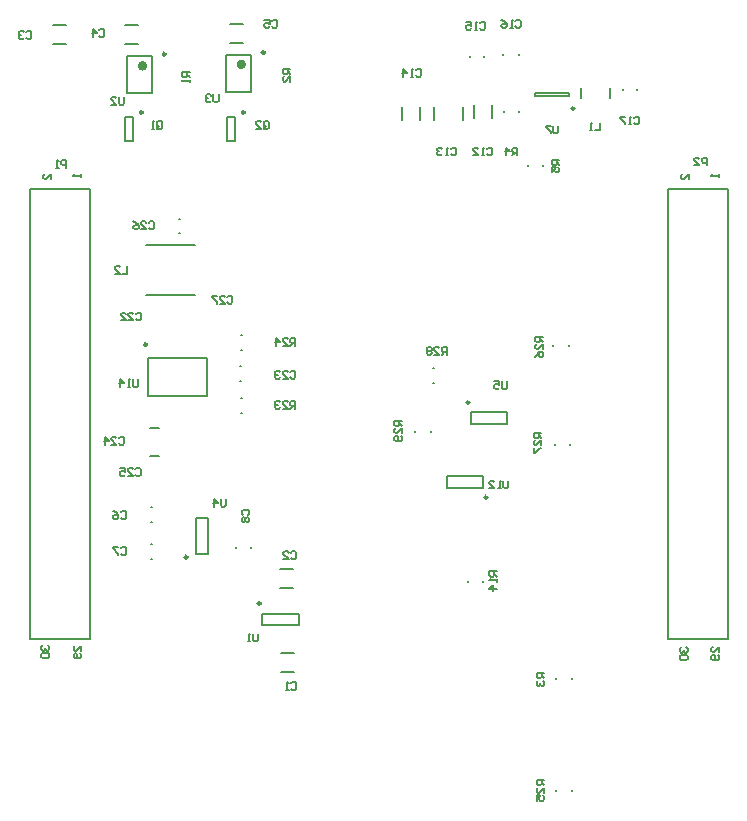
<source format=gbr>
G04 Layer_Color=32896*
%FSLAX26Y26*%
%MOIN*%
%TF.FileFunction,Legend,Bot*%
%TF.Part,Single*%
G01*
G75*
%TA.AperFunction,NonConductor*%
%ADD56C,0.009842*%
%ADD57C,0.015748*%
%ADD58C,0.007874*%
%ADD59C,0.005900*%
D56*
X289764Y1500630D02*
G03*
X289764Y1500630I-4921J0D01*
G01*
X616260Y2275118D02*
G03*
X616260Y2275118I-4921J0D01*
G01*
X276260D02*
G03*
X276260Y2275118I-4921J0D01*
G01*
X1714803Y2287756D02*
G03*
X1714803Y2287756I-4921J0D01*
G01*
X669055Y638134D02*
G03*
X669055Y638134I-4921J0D01*
G01*
X682599Y2473897D02*
G03*
X682599Y2473897I-4921J0D01*
G01*
X352599Y2468897D02*
G03*
X352599Y2468897I-4921J0D01*
G01*
X425164Y792274D02*
G03*
X425164Y792274I-4921J0D01*
G01*
X1424803Y991803D02*
G03*
X1424803Y991803I-4921J0D01*
G01*
X1365040Y1307197D02*
G03*
X1365040Y1307197I-4921J0D01*
G01*
D57*
X612717Y2434527D02*
G03*
X612717Y2434527I-7874J0D01*
G01*
X282717Y2429527D02*
G03*
X282717Y2429527I-7874J0D01*
G01*
D58*
X1359410Y710032D02*
Y713968D01*
X1410590Y710032D02*
Y713968D01*
X294882Y1456338D02*
X491732D01*
X294882Y1330354D02*
X491732D01*
X294882D02*
Y1456338D01*
X491732Y1330354D02*
Y1456338D01*
X556220Y2179448D02*
Y2260552D01*
X583780Y2179448D02*
Y2260552D01*
X556220Y2179448D02*
X583780D01*
X556220Y2260552D02*
X583780D01*
X216220Y2179448D02*
Y2260552D01*
X243780Y2179448D02*
Y2260552D01*
X216220Y2179448D02*
X243780D01*
X216220Y2260552D02*
X243780D01*
X1832244Y2324252D02*
Y2355748D01*
X1737756Y2324252D02*
Y2355748D01*
X1924606Y2348032D02*
Y2351968D01*
X1875394Y2348032D02*
Y2351968D01*
X1478426Y2465032D02*
Y2468968D01*
X1531576Y2465032D02*
Y2468968D01*
X1365394Y2460032D02*
Y2463968D01*
X1414606Y2460032D02*
Y2463968D01*
X1582914Y2340906D02*
X1697086D01*
X1582914Y2329094D02*
X1697086D01*
X1582914D02*
Y2340906D01*
X1697086Y2329094D02*
Y2340906D01*
X2025984Y518504D02*
Y2018504D01*
X2225984Y518504D02*
Y2018504D01*
X2025984D02*
X2225984D01*
X2025984Y518504D02*
X2225984D01*
X304017Y834608D02*
X307953D01*
X304017Y785394D02*
X307953D01*
X586338Y823308D02*
Y827244D01*
X635552Y823308D02*
Y827244D01*
X304015Y959606D02*
X307953D01*
X304015Y910394D02*
X307953D01*
X-100000Y518504D02*
Y2018504D01*
X100000Y518504D02*
Y2018504D01*
X-100000D02*
X100000D01*
X-100000Y518504D02*
X100000D01*
X735346Y408504D02*
X778654D01*
X735346Y471496D02*
X778654D01*
X734346Y690504D02*
X777654D01*
X734346Y753496D02*
X777654D01*
X218346Y2564996D02*
X261654D01*
X218346Y2502004D02*
X261654D01*
X-21654Y2501504D02*
X21654D01*
X-21654Y2564496D02*
X21654D01*
X565786Y2568336D02*
X609094D01*
X565786Y2505345D02*
X609094D01*
X673976Y564314D02*
X796024D01*
X673976Y603684D02*
X796024D01*
Y564314D02*
Y603684D01*
X673976Y564314D02*
Y603684D01*
X553662Y2343976D02*
X636338D01*
X553662Y2466024D02*
X636338D01*
X553662Y2343976D02*
Y2466024D01*
X636338Y2343976D02*
Y2466024D01*
X223662Y2338976D02*
X306338D01*
X223662Y2461024D02*
X306338D01*
X223662Y2338976D02*
Y2461024D01*
X306338Y2338976D02*
Y2461024D01*
X1439528Y2255346D02*
Y2298654D01*
X1380472Y2255346D02*
Y2298654D01*
X1245788Y2250346D02*
Y2293654D01*
X1344212Y2250346D02*
Y2293654D01*
X1201496Y2250346D02*
Y2293654D01*
X1138504Y2250346D02*
Y2293654D01*
X1530590Y2275032D02*
Y2278968D01*
X1479410Y2275032D02*
Y2278968D01*
X1610590Y2095032D02*
Y2098968D01*
X1559410Y2095032D02*
Y2098968D01*
X454692Y802118D02*
Y924164D01*
X494062Y802118D02*
Y924164D01*
X454692Y802118D02*
X494062D01*
X454692Y924164D02*
X494062D01*
X600906Y1378740D02*
X604842D01*
X600906Y1427952D02*
X604842D01*
X300236Y1127755D02*
X331732D01*
X300236Y1222244D02*
X331732D01*
X396338Y1871024D02*
X400276D01*
X396338Y1920236D02*
X400276D01*
X285198Y1831024D02*
X450552D01*
X285198Y1665670D02*
X450552D01*
X603032Y1271410D02*
X606968D01*
X603032Y1322590D02*
X606968D01*
X603032Y1532590D02*
X606968D01*
X603032Y1481410D02*
X606968D01*
X1649410Y1165032D02*
Y1168968D01*
X1700590Y1165032D02*
Y1168968D01*
X1644410Y1495032D02*
Y1498968D01*
X1695590Y1495032D02*
Y1498968D01*
X1654410Y13032D02*
Y16968D01*
X1705590Y13032D02*
Y16968D01*
X1654410Y385032D02*
Y388968D01*
X1705590Y385032D02*
Y388968D01*
X1184410Y1210032D02*
Y1213968D01*
X1235590Y1210032D02*
Y1213968D01*
X1243032Y1422590D02*
X1246968D01*
X1243032Y1371410D02*
X1246968D01*
X1288976Y1061684D02*
X1411024D01*
X1288976Y1022314D02*
X1411024D01*
X1288976D02*
Y1061684D01*
X1411024Y1022314D02*
Y1061684D01*
X1368976Y1237314D02*
X1491024D01*
X1368976Y1276684D02*
X1491024D01*
Y1237314D02*
Y1276684D01*
X1368976Y1237314D02*
Y1276684D01*
D59*
X1456693Y744637D02*
X1431111D01*
Y731846D01*
X1435374Y727582D01*
X1443902D01*
X1448166Y731846D01*
Y744637D01*
Y736109D02*
X1456693Y727582D01*
Y719054D02*
Y710527D01*
Y714791D01*
X1431111D01*
X1435374Y719054D01*
X1456693Y684945D02*
X1431111D01*
X1443902Y697736D01*
Y680681D01*
X260000Y1385582D02*
Y1364264D01*
X255736Y1360000D01*
X247209D01*
X242945Y1364264D01*
Y1385582D01*
X234418Y1360000D02*
X225890D01*
X230154D01*
Y1385582D01*
X234418Y1381319D01*
X200308Y1360000D02*
Y1385582D01*
X213099Y1372791D01*
X196044D01*
X678930Y2224264D02*
Y2241319D01*
X683193Y2245582D01*
X691721D01*
X695985Y2241319D01*
Y2224264D01*
X691721Y2220000D01*
X683193D01*
X687457Y2228527D02*
X678930Y2220000D01*
X683193D02*
X678930Y2224264D01*
X653347Y2220000D02*
X670402D01*
X653347Y2237055D01*
Y2241319D01*
X657611Y2245582D01*
X666139D01*
X670402Y2241319D01*
X322945Y2224264D02*
Y2241319D01*
X327209Y2245582D01*
X335736D01*
X340000Y2241319D01*
Y2224264D01*
X335736Y2220000D01*
X327209D01*
X331473Y2228527D02*
X322945Y2220000D01*
X327209D02*
X322945Y2224264D01*
X314418Y2220000D02*
X305890D01*
X310154D01*
Y2245582D01*
X314418Y2241319D01*
X1800000Y2240582D02*
Y2215000D01*
X1782945D01*
X1774418D02*
X1765891D01*
X1770154D01*
Y2240582D01*
X1774418Y2236318D01*
X1912945Y2256318D02*
X1917209Y2260582D01*
X1925737D01*
X1930000Y2256318D01*
Y2239264D01*
X1925737Y2235000D01*
X1917209D01*
X1912945Y2239264D01*
X1904418Y2235000D02*
X1895891D01*
X1900154D01*
Y2260582D01*
X1904418Y2256318D01*
X1883099Y2260582D02*
X1866044D01*
Y2256318D01*
X1883099Y2239264D01*
Y2235000D01*
X1518378Y2578570D02*
X1522642Y2582834D01*
X1531169D01*
X1535433Y2578570D01*
Y2561515D01*
X1531169Y2557251D01*
X1522642D01*
X1518378Y2561515D01*
X1509851Y2557251D02*
X1501323D01*
X1505587D01*
Y2582834D01*
X1509851Y2578570D01*
X1471477Y2582834D02*
X1480005Y2578570D01*
X1488532Y2570043D01*
Y2561515D01*
X1484268Y2557251D01*
X1475741D01*
X1471477Y2561515D01*
Y2565779D01*
X1475741Y2570043D01*
X1488532D01*
X1400268Y2571403D02*
X1404532Y2575667D01*
X1413059D01*
X1417323Y2571403D01*
Y2554349D01*
X1413059Y2550085D01*
X1404532D01*
X1400268Y2554349D01*
X1391741Y2550085D02*
X1383213D01*
X1387477D01*
Y2575667D01*
X1391741Y2571403D01*
X1353367Y2575667D02*
X1370422D01*
Y2562876D01*
X1361895Y2567140D01*
X1357631D01*
X1353367Y2562876D01*
Y2554349D01*
X1357631Y2550085D01*
X1366158D01*
X1370422Y2554349D01*
X768000Y2420000D02*
X742418D01*
Y2407209D01*
X746682Y2402945D01*
X755209D01*
X759473Y2407209D01*
Y2420000D01*
Y2411472D02*
X768000Y2402945D01*
Y2377363D02*
Y2394418D01*
X750945Y2377363D01*
X746682D01*
X742418Y2381626D01*
Y2390154D01*
X746682Y2394418D01*
X432000Y2409000D02*
X406418D01*
Y2396209D01*
X410682Y2391945D01*
X419209D01*
X423473Y2396209D01*
Y2409000D01*
Y2400472D02*
X432000Y2391945D01*
Y2383418D02*
Y2374890D01*
Y2379154D01*
X406418D01*
X410682Y2383418D01*
X1661183Y2230307D02*
Y2208988D01*
X1656919Y2204724D01*
X1648392D01*
X1644128Y2208988D01*
Y2230307D01*
X1635601D02*
X1618546D01*
Y2226043D01*
X1635601Y2208988D01*
Y2204724D01*
X2155985Y2098504D02*
Y2124086D01*
X2143193D01*
X2138930Y2119822D01*
Y2111295D01*
X2143193Y2107031D01*
X2155985D01*
X2113347Y2098504D02*
X2130402D01*
X2113347Y2115559D01*
Y2119822D01*
X2117611Y2124086D01*
X2126139D01*
X2130402Y2119822D01*
X2195985Y2068504D02*
Y2059976D01*
Y2064240D01*
X2170402D01*
X2174666Y2068504D01*
X2095985Y2051449D02*
Y2068504D01*
X2078930Y2051449D01*
X2074666D01*
X2070402Y2055713D01*
Y2064240D01*
X2074666Y2068504D01*
X2196985Y474945D02*
Y492000D01*
X2179930Y474945D01*
X2175666D01*
X2171402Y479209D01*
Y487736D01*
X2175666Y492000D01*
X2192721Y466418D02*
X2196985Y462154D01*
Y453626D01*
X2192721Y449363D01*
X2175666D01*
X2171402Y453626D01*
Y462154D01*
X2175666Y466418D01*
X2179930D01*
X2184193Y462154D01*
Y449363D01*
X2070666Y491000D02*
X2066402Y486736D01*
Y478209D01*
X2070666Y473945D01*
X2074930D01*
X2079193Y478209D01*
Y482472D01*
Y478209D01*
X2083457Y473945D01*
X2087721D01*
X2091985Y478209D01*
Y486736D01*
X2087721Y491000D01*
X2070666Y465418D02*
X2066402Y461154D01*
Y452626D01*
X2070666Y448363D01*
X2087721D01*
X2091985Y452626D01*
Y461154D01*
X2087721Y465418D01*
X2070666D01*
X202945Y821319D02*
X207209Y825582D01*
X215736D01*
X220000Y821319D01*
Y804264D01*
X215736Y800000D01*
X207209D01*
X202945Y804264D01*
X194418Y825582D02*
X177363D01*
Y821319D01*
X194418Y804264D01*
Y800000D01*
X609627Y933221D02*
X605363Y937484D01*
Y946012D01*
X609627Y950275D01*
X626682D01*
X630945Y946012D01*
Y937484D01*
X626682Y933221D01*
X609627Y924693D02*
X605363Y920429D01*
Y911902D01*
X609627Y907638D01*
X613890D01*
X618154Y911902D01*
X622418Y907638D01*
X626682D01*
X630945Y911902D01*
Y920429D01*
X626682Y924693D01*
X622418D01*
X618154Y920429D01*
X613890Y924693D01*
X609627D01*
X618154Y920429D02*
Y911902D01*
X202945Y941319D02*
X207209Y945582D01*
X215736D01*
X220000Y941319D01*
Y924264D01*
X215736Y920000D01*
X207209D01*
X202945Y924264D01*
X177363Y945582D02*
X185890Y941319D01*
X194418Y932791D01*
Y924264D01*
X190154Y920000D01*
X181626D01*
X177363Y924264D01*
Y928527D01*
X181626Y932791D01*
X194418D01*
X21567Y2090000D02*
Y2115582D01*
X8775D01*
X4512Y2111319D01*
Y2102791D01*
X8775Y2098527D01*
X21567D01*
X-4016Y2090000D02*
X-12543D01*
X-8279D01*
Y2115582D01*
X-4016Y2111319D01*
X70000Y2068504D02*
Y2059976D01*
Y2064240D01*
X44418D01*
X48682Y2068504D01*
X-30000Y2051449D02*
Y2068504D01*
X-47055Y2051449D01*
X-51318D01*
X-55582Y2055713D01*
Y2064240D01*
X-51318Y2068504D01*
X70985Y479945D02*
Y497000D01*
X53930Y479945D01*
X49666D01*
X45402Y484209D01*
Y492736D01*
X49666Y497000D01*
X66721Y471418D02*
X70985Y467154D01*
Y458626D01*
X66721Y454363D01*
X49666D01*
X45402Y458626D01*
Y467154D01*
X49666Y471418D01*
X53930D01*
X58193Y467154D01*
Y454363D01*
X-57334Y498000D02*
X-61598Y493736D01*
Y485209D01*
X-57334Y480945D01*
X-53070D01*
X-48807Y485209D01*
Y489472D01*
Y485209D01*
X-44543Y480945D01*
X-40279D01*
X-36015Y485209D01*
Y493736D01*
X-40279Y498000D01*
X-57334Y472418D02*
X-61598Y468154D01*
Y459626D01*
X-57334Y455363D01*
X-40279D01*
X-36015Y459626D01*
Y468154D01*
X-40279Y472418D01*
X-57334D01*
X770347Y371318D02*
X774610Y375582D01*
X783138D01*
X787402Y371318D01*
Y354264D01*
X783138Y350000D01*
X774610D01*
X770347Y354264D01*
X761819Y350000D02*
X753292D01*
X757556D01*
Y375582D01*
X761819Y371318D01*
X770347Y806869D02*
X774610Y811133D01*
X783138D01*
X787402Y806869D01*
Y789814D01*
X783138Y785551D01*
X774610D01*
X770347Y789814D01*
X744764Y785551D02*
X761819D01*
X744764Y802606D01*
Y806869D01*
X749028Y811133D01*
X757556D01*
X761819Y806869D01*
X130740Y2547818D02*
X135004Y2552082D01*
X143532D01*
X147795Y2547818D01*
Y2530764D01*
X143532Y2526500D01*
X135004D01*
X130740Y2530764D01*
X109422Y2526500D02*
Y2552082D01*
X122213Y2539291D01*
X105158D01*
X-112083Y2541004D02*
X-107819Y2545267D01*
X-99292D01*
X-95028Y2541004D01*
Y2523949D01*
X-99292Y2519685D01*
X-107819D01*
X-112083Y2523949D01*
X-120610Y2541004D02*
X-124874Y2545267D01*
X-133401D01*
X-137665Y2541004D01*
Y2536740D01*
X-133401Y2532476D01*
X-129138D01*
X-133401D01*
X-137665Y2528212D01*
Y2523949D01*
X-133401Y2519685D01*
X-124874D01*
X-120610Y2523949D01*
X707086Y2578159D02*
X711349Y2582422D01*
X719877D01*
X724140Y2578159D01*
Y2561104D01*
X719877Y2556840D01*
X711349D01*
X707086Y2561104D01*
X681503Y2582422D02*
X698558D01*
Y2569631D01*
X690031Y2573895D01*
X685767D01*
X681503Y2569631D01*
Y2561104D01*
X685767Y2556840D01*
X694294D01*
X698558Y2561104D01*
X660000Y537393D02*
Y516075D01*
X655736Y511811D01*
X647209D01*
X642945Y516075D01*
Y537393D01*
X634418Y511811D02*
X625890D01*
X630154D01*
Y537393D01*
X634418Y533130D01*
X528662Y2334944D02*
Y2313625D01*
X524398Y2309362D01*
X515871D01*
X511607Y2313625D01*
Y2334944D01*
X503080Y2330680D02*
X498816Y2334944D01*
X490288D01*
X486025Y2330680D01*
Y2326417D01*
X490288Y2322153D01*
X494552D01*
X490288D01*
X486025Y2317889D01*
Y2313625D01*
X490288Y2309362D01*
X498816D01*
X503080Y2313625D01*
X213976Y2326365D02*
Y2305047D01*
X209712Y2300783D01*
X201185D01*
X196921Y2305047D01*
Y2326365D01*
X171339Y2300783D02*
X188394D01*
X171339Y2317838D01*
Y2322102D01*
X175602Y2326365D01*
X184130D01*
X188394Y2322102D01*
X1422945Y2153318D02*
X1427209Y2157582D01*
X1435737D01*
X1440000Y2153318D01*
Y2136264D01*
X1435737Y2132000D01*
X1427209D01*
X1422945Y2136264D01*
X1414418Y2132000D02*
X1405891D01*
X1410154D01*
Y2157582D01*
X1414418Y2153318D01*
X1376044Y2132000D02*
X1393099D01*
X1376044Y2149055D01*
Y2153318D01*
X1380308Y2157582D01*
X1388836D01*
X1393099Y2153318D01*
X1302945D02*
X1307209Y2157582D01*
X1315737D01*
X1320000Y2153318D01*
Y2136264D01*
X1315737Y2132000D01*
X1307209D01*
X1302945Y2136264D01*
X1294418Y2132000D02*
X1285891D01*
X1290154D01*
Y2157582D01*
X1294418Y2153318D01*
X1273099D02*
X1268836Y2157582D01*
X1260308D01*
X1256044Y2153318D01*
Y2149055D01*
X1260308Y2144791D01*
X1264572D01*
X1260308D01*
X1256044Y2140527D01*
Y2136264D01*
X1260308Y2132000D01*
X1268836D01*
X1273099Y2136264D01*
X1185945Y2415319D02*
X1190209Y2419582D01*
X1198736D01*
X1203000Y2415319D01*
Y2398264D01*
X1198736Y2394000D01*
X1190209D01*
X1185945Y2398264D01*
X1177418Y2394000D02*
X1168890D01*
X1173154D01*
Y2419582D01*
X1177418Y2415319D01*
X1143308Y2394000D02*
Y2419582D01*
X1156099Y2406791D01*
X1139044D01*
X1525000Y2132000D02*
Y2157582D01*
X1512209D01*
X1507945Y2153318D01*
Y2144791D01*
X1512209Y2140527D01*
X1525000D01*
X1516473D02*
X1507945Y2132000D01*
X1486627D02*
Y2157582D01*
X1499418Y2144791D01*
X1482363D01*
X1665000Y2117000D02*
X1639418D01*
Y2104209D01*
X1643682Y2099945D01*
X1652209D01*
X1656473Y2104209D01*
Y2117000D01*
Y2108472D02*
X1665000Y2099945D01*
X1639418Y2074363D02*
Y2091418D01*
X1652209D01*
X1647945Y2082890D01*
Y2078626D01*
X1652209Y2074363D01*
X1660737D01*
X1665000Y2078626D01*
Y2087154D01*
X1660737Y2091418D01*
X552520Y986196D02*
Y964878D01*
X548256Y960614D01*
X539729D01*
X535465Y964878D01*
Y986196D01*
X514146Y960614D02*
Y986196D01*
X526938Y973405D01*
X509883D01*
X252945Y1603318D02*
X257209Y1607582D01*
X265737D01*
X270000Y1603318D01*
Y1586264D01*
X265737Y1582000D01*
X257209D01*
X252945Y1586264D01*
X227363Y1582000D02*
X244418D01*
X227363Y1599055D01*
Y1603318D01*
X231627Y1607582D01*
X240154D01*
X244418Y1603318D01*
X201781Y1582000D02*
X218836D01*
X201781Y1599055D01*
Y1603318D01*
X206044Y1607582D01*
X214572D01*
X218836Y1603318D01*
X767945Y1408318D02*
X772209Y1412582D01*
X780737D01*
X785000Y1408318D01*
Y1391264D01*
X780737Y1387000D01*
X772209D01*
X767945Y1391264D01*
X742363Y1387000D02*
X759418D01*
X742363Y1404055D01*
Y1408318D01*
X746627Y1412582D01*
X755154D01*
X759418Y1408318D01*
X733836D02*
X729572Y1412582D01*
X721044D01*
X716781Y1408318D01*
Y1404055D01*
X721044Y1399791D01*
X725308D01*
X721044D01*
X716781Y1395527D01*
Y1391264D01*
X721044Y1387000D01*
X729572D01*
X733836Y1391264D01*
X196921Y1188872D02*
X201185Y1193136D01*
X209712D01*
X213976Y1188872D01*
Y1171818D01*
X209712Y1167554D01*
X201185D01*
X196921Y1171818D01*
X171339Y1167554D02*
X188394D01*
X171339Y1184609D01*
Y1188872D01*
X175602Y1193136D01*
X184130D01*
X188394Y1188872D01*
X150020Y1167554D02*
Y1193136D01*
X162811Y1180345D01*
X145756D01*
X251488Y1084311D02*
X255752Y1088574D01*
X264279D01*
X268543Y1084311D01*
Y1067256D01*
X264279Y1062992D01*
X255752D01*
X251488Y1067256D01*
X225906Y1062992D02*
X242961D01*
X225906Y1080047D01*
Y1084311D01*
X230169Y1088574D01*
X238697D01*
X242961Y1084311D01*
X200323Y1088574D02*
X217378D01*
Y1075783D01*
X208851Y1080047D01*
X204587D01*
X200323Y1075783D01*
Y1067256D01*
X204587Y1062992D01*
X213115D01*
X217378Y1067256D01*
X296252Y1906948D02*
X300516Y1911212D01*
X309044D01*
X313307Y1906948D01*
Y1889893D01*
X309044Y1885630D01*
X300516D01*
X296252Y1889893D01*
X270670Y1885630D02*
X287725D01*
X270670Y1902685D01*
Y1906948D01*
X274934Y1911212D01*
X283461D01*
X287725Y1906948D01*
X245088Y1911212D02*
X253615Y1906948D01*
X262143Y1898421D01*
Y1889893D01*
X257879Y1885630D01*
X249352D01*
X245088Y1889893D01*
Y1894157D01*
X249352Y1898421D01*
X262143D01*
X557945Y1658318D02*
X562209Y1662582D01*
X570737D01*
X575000Y1658318D01*
Y1641264D01*
X570737Y1637000D01*
X562209D01*
X557945Y1641264D01*
X532363Y1637000D02*
X549418D01*
X532363Y1654055D01*
Y1658318D01*
X536627Y1662582D01*
X545154D01*
X549418Y1658318D01*
X523836Y1662582D02*
X506781D01*
Y1658318D01*
X523836Y1641264D01*
Y1637000D01*
X225000Y1762582D02*
Y1737000D01*
X207945D01*
X182363D02*
X199418D01*
X182363Y1754055D01*
Y1758318D01*
X186627Y1762582D01*
X195154D01*
X199418Y1758318D01*
X785000Y1287000D02*
Y1312582D01*
X772209D01*
X767945Y1308318D01*
Y1299791D01*
X772209Y1295527D01*
X785000D01*
X776473D02*
X767945Y1287000D01*
X742363D02*
X759418D01*
X742363Y1304055D01*
Y1308318D01*
X746627Y1312582D01*
X755154D01*
X759418Y1308318D01*
X733836D02*
X729572Y1312582D01*
X721044D01*
X716781Y1308318D01*
Y1304055D01*
X721044Y1299791D01*
X725308D01*
X721044D01*
X716781Y1295527D01*
Y1291264D01*
X721044Y1287000D01*
X729572D01*
X733836Y1291264D01*
X785000Y1497000D02*
Y1522582D01*
X772209D01*
X767945Y1518318D01*
Y1509791D01*
X772209Y1505527D01*
X785000D01*
X776473D02*
X767945Y1497000D01*
X742363D02*
X759418D01*
X742363Y1514055D01*
Y1518318D01*
X746627Y1522582D01*
X755154D01*
X759418Y1518318D01*
X721044Y1497000D02*
Y1522582D01*
X733836Y1509791D01*
X716781D01*
X1605000Y1207000D02*
X1579418D01*
Y1194209D01*
X1583682Y1189945D01*
X1592209D01*
X1596473Y1194209D01*
Y1207000D01*
Y1198472D02*
X1605000Y1189945D01*
Y1164363D02*
Y1181418D01*
X1587945Y1164363D01*
X1583682D01*
X1579418Y1168626D01*
Y1177154D01*
X1583682Y1181418D01*
X1579418Y1155835D02*
Y1138780D01*
X1583682D01*
X1600737Y1155835D01*
X1605000D01*
X1610000Y1527000D02*
X1584418D01*
Y1514209D01*
X1588682Y1509945D01*
X1597209D01*
X1601473Y1514209D01*
Y1527000D01*
Y1518472D02*
X1610000Y1509945D01*
Y1484363D02*
Y1501418D01*
X1592945Y1484363D01*
X1588682D01*
X1584418Y1488626D01*
Y1497154D01*
X1588682Y1501418D01*
X1584418Y1458780D02*
X1588682Y1467308D01*
X1597209Y1475835D01*
X1605737D01*
X1610000Y1471572D01*
Y1463044D01*
X1605737Y1458780D01*
X1601473D01*
X1597209Y1463044D01*
Y1475835D01*
X1614173Y49015D02*
X1588591D01*
Y36224D01*
X1592855Y31960D01*
X1601382D01*
X1605646Y36224D01*
Y49015D01*
Y40488D02*
X1614173Y31960D01*
Y6378D02*
Y23433D01*
X1597118Y6378D01*
X1592855D01*
X1588591Y10642D01*
Y19169D01*
X1592855Y23433D01*
X1588591Y-19204D02*
Y-2149D01*
X1601382D01*
X1597118Y-10677D01*
Y-14941D01*
X1601382Y-19204D01*
X1609909D01*
X1614173Y-14941D01*
Y-6413D01*
X1609909Y-2149D01*
X1614173Y405479D02*
X1588591D01*
Y392688D01*
X1592855Y388424D01*
X1601382D01*
X1605646Y392688D01*
Y405479D01*
Y396951D02*
X1614173Y388424D01*
X1592855Y379896D02*
X1588591Y375633D01*
Y367105D01*
X1592855Y362841D01*
X1597118D01*
X1601382Y367105D01*
Y371369D01*
Y367105D01*
X1605646Y362841D01*
X1609909D01*
X1614173Y367105D01*
Y375633D01*
X1609909Y379896D01*
X1140000Y1247000D02*
X1114418D01*
Y1234209D01*
X1118682Y1229945D01*
X1127209D01*
X1131473Y1234209D01*
Y1247000D01*
Y1238472D02*
X1140000Y1229945D01*
Y1204363D02*
Y1221418D01*
X1122945Y1204363D01*
X1118682D01*
X1114418Y1208626D01*
Y1217154D01*
X1118682Y1221418D01*
X1135737Y1195835D02*
X1140000Y1191572D01*
Y1183044D01*
X1135737Y1178780D01*
X1118682D01*
X1114418Y1183044D01*
Y1191572D01*
X1118682Y1195835D01*
X1122945D01*
X1127209Y1191572D01*
Y1178780D01*
X1290000Y1467000D02*
Y1492582D01*
X1277209D01*
X1272945Y1488318D01*
Y1479791D01*
X1277209Y1475527D01*
X1290000D01*
X1281473D02*
X1272945Y1467000D01*
X1247363D02*
X1264418D01*
X1247363Y1484055D01*
Y1488318D01*
X1251627Y1492582D01*
X1260154D01*
X1264418Y1488318D01*
X1238836D02*
X1234572Y1492582D01*
X1226044D01*
X1221781Y1488318D01*
Y1484055D01*
X1226044Y1479791D01*
X1221781Y1475527D01*
Y1471264D01*
X1226044Y1467000D01*
X1234572D01*
X1238836Y1471264D01*
Y1475527D01*
X1234572Y1479791D01*
X1238836Y1484055D01*
Y1488318D01*
X1234572Y1479791D02*
X1226044D01*
X1495000Y1047582D02*
Y1026264D01*
X1490737Y1022000D01*
X1482209D01*
X1477945Y1026264D01*
Y1047582D01*
X1469418Y1022000D02*
X1460891D01*
X1465154D01*
Y1047582D01*
X1469418Y1043318D01*
X1431044Y1022000D02*
X1448099D01*
X1431044Y1039055D01*
Y1043318D01*
X1435308Y1047582D01*
X1443836D01*
X1448099Y1043318D01*
X1490520Y1378196D02*
Y1356878D01*
X1486256Y1352614D01*
X1477729D01*
X1473465Y1356878D01*
Y1378196D01*
X1447883D02*
X1464938D01*
Y1365405D01*
X1456410Y1369669D01*
X1452147D01*
X1447883Y1365405D01*
Y1356878D01*
X1452147Y1352614D01*
X1460674D01*
X1464938Y1356878D01*
%TF.MD5,0dd0573a88c0ed1e729b9b492586bffb*%
M02*

</source>
